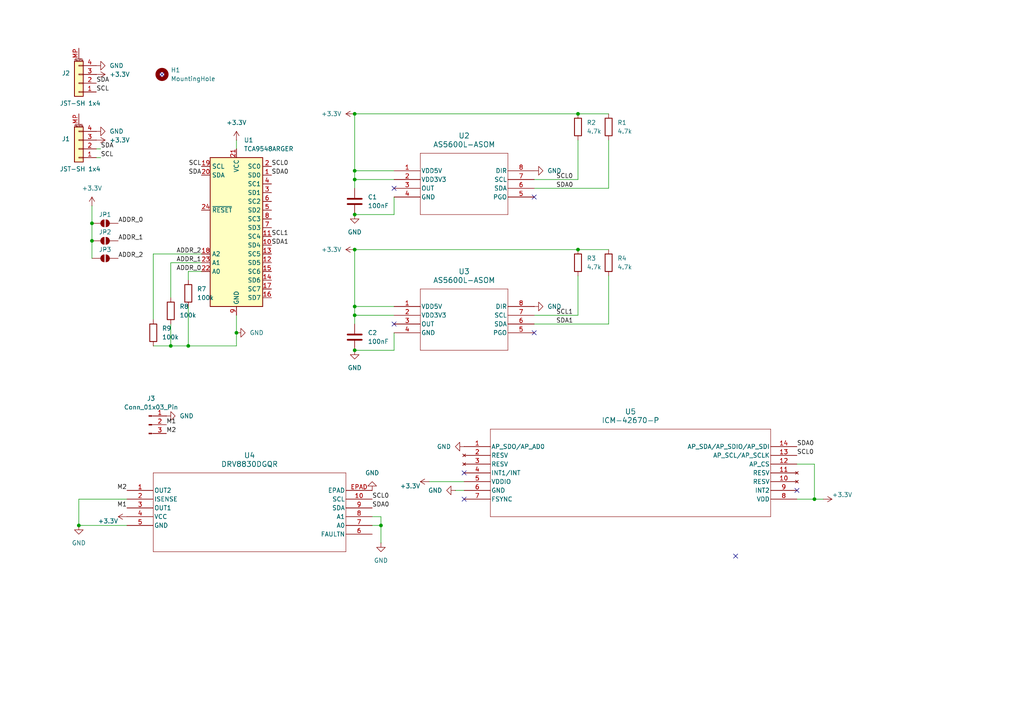
<source format=kicad_sch>
(kicad_sch (version 20250114) (generator "eeschema") (generator_version "9.0")
  (paper "A4")
  (lib_symbols
    (symbol "Connector:Conn_01x03_Pin" (pin_names (offset 1.016) (hide yes))
      (property "Reference" "J" (at 0 5.08 0))
      (property "Value" "Conn_01x03_Pin" (at 0 -5.08 0))
      (symbol "Conn_01x03_Pin_1_1"
        (rectangle (start 0.8636 2.667) (end 0 2.413) (stroke (width 0.1524)) (fill (type outline)))
        (rectangle (start 0.8636 0.127) (end 0 -0.127) (stroke (width 0.1524)) (fill (type outline)))
        (rectangle (start 0.8636 -2.413) (end 0 -2.667) (stroke (width 0.1524)) (fill (type outline)))
        (polyline (pts (xy 1.27 2.54) (xy 0.8636 2.54)) (stroke (width 0.1524)))
        (polyline (pts (xy 1.27 0) (xy 0.8636 0)) (stroke (width 0.1524)))
        (polyline (pts (xy 1.27 -2.54) (xy 0.8636 -2.54)) (stroke (width 0.1524)))
        (pin passive line (at 5.08 2.54 180) (length 3.81) (name "Pin_1") (number "1"))
        (pin passive line (at 5.08 0 180) (length 3.81) (name "Pin_2") (number "2"))
        (pin passive line (at 5.08 -2.54 180) (length 3.81) (name "Pin_3") (number "3"))
      )
    )
    (symbol "Connector_Generic_MountingPin:Conn_01x04_MountingPin" (pin_names (offset 1.016) (hide yes))
      (property "Reference" "J" (at 0 5.08 0))
      (property "Value" "Conn_01x04_MountingPin" (at 1.27 -7.62 0))
      (symbol "Conn_01x04_MountingPin_1_1"
        (rectangle (start -1.27 3.81) (end 1.27 -6.35) (stroke (width 0.254)) (fill (type background)))
        (rectangle (start -1.27 2.667) (end 0 2.413) (stroke (width 0.1524)))
        (rectangle (start -1.27 0.127) (end 0 -0.127) (stroke (width 0.1524)))
        (rectangle (start -1.27 -2.413) (end 0 -2.667) (stroke (width 0.1524)))
        (rectangle (start -1.27 -4.953) (end 0 -5.207) (stroke (width 0.1524)))
        (polyline (pts (xy -1.016 -7.112) (xy 1.016 -7.112)) (stroke (width 0.1524)))
        (text "Mounting" (at 0 -6.731 0) (effects (font (size 0.381 0.381))))
        (pin passive line (at -5.08 2.54 0) (length 3.81) (name "Pin_1") (number "1"))
        (pin passive line (at -5.08 0 0) (length 3.81) (name "Pin_2") (number "2"))
        (pin passive line (at -5.08 -2.54 0) (length 3.81) (name "Pin_3") (number "3"))
        (pin passive line (at -5.08 -5.08 0) (length 3.81) (name "Pin_4") (number "4"))
        (pin passive line (at 0 -10.16 90) (length 3.048) (name "MountPin") (number "MP"))
      )
    )
    (symbol "Device:C" (pin_numbers (hide yes)) (pin_names (offset 0.254))
      (property "Reference" "C" (at 0.635 2.54 0))
      (property "Value" "C" (at 0.635 -2.54 0))
      (symbol "C_0_1"
        (polyline (pts (xy -2.032 0.762) (xy 2.032 0.762)) (stroke (width 0.508)))
        (polyline (pts (xy -2.032 -0.762) (xy 2.032 -0.762)) (stroke (width 0.508)))
      )
      (symbol "C_1_1"
        (pin passive line (at 0 3.81 270) (length 2.794) (name "~") (number "1"))
        (pin passive line (at 0 -3.81 90) (length 2.794) (name "~") (number "2"))
      )
    )
    (symbol "Device:R" (pin_numbers (hide yes)) (pin_names (offset 0))
      (property "Reference" "R" (at 2.032 0 90))
      (property "Value" "R" (at 0 0 90))
      (symbol "R_0_1"
        (rectangle (start -1.016 -2.54) (end 1.016 2.54) (stroke (width 0.254)))
      )
      (symbol "R_1_1"
        (pin passive line (at 0 3.81 270) (length 1.27) (name "~") (number "1"))
        (pin passive line (at 0 -3.81 90) (length 1.27) (name "~") (number "2"))
      )
    )
    (symbol "Interface_Expansion:TCA9548ARGER"
      (property "Reference" "U" (at -7.62 21.59 0))
      (property "Value" "TCA9548ARGER" (at 1.016 21.59 0))
      (symbol "TCA9548ARGER_0_1"
        (rectangle (start -7.62 20.32) (end 7.62 -22.86) (stroke (width 0.254)) (fill (type background)))
      )
      (symbol "TCA9548ARGER_1_1"
        (pin input line (at -10.16 17.78 0) (length 2.54) (name "SCL") (number "19"))
        (pin bidirectional line (at -10.16 15.24 0) (length 2.54) (name "SDA") (number "20"))
        (pin input line (at -10.16 5.08 0) (length 2.54) (name "~{RESET}") (number "24"))
        (pin input line (at -10.16 -7.62 0) (length 2.54) (name "A2") (number "18"))
        (pin input line (at -10.16 -10.16 0) (length 2.54) (name "A1") (number "23"))
        (pin input line (at -10.16 -12.7 0) (length 2.54) (name "A0") (number "22"))
        (pin no_connect line (at -7.62 -15.24 0) (length 2.54) (hide yes) (name "1EP") (number "25"))
        (pin power_in line (at 0 22.86 270) (length 2.54) (name "VCC") (number "21"))
        (pin power_in line (at 0 -25.4 90) (length 2.54) (name "GND") (number "9"))
        (pin output line (at 10.16 17.78 180) (length 2.54) (name "SC0") (number "2"))
        (pin bidirectional line (at 10.16 15.24 180) (length 2.54) (name "SD0") (number "1"))
        (pin output line (at 10.16 12.7 180) (length 2.54) (name "SC1") (number "4"))
        (pin bidirectional line (at 10.16 10.16 180) (length 2.54) (name "SD1") (number "3"))
        (pin output line (at 10.16 7.62 180) (length 2.54) (name "SC2") (number "6"))
        (pin bidirectional line (at 10.16 5.08 180) (length 2.54) (name "SD2") (number "5"))
        (pin output line (at 10.16 2.54 180) (length 2.54) (name "SC3") (number "8"))
        (pin bidirectional line (at 10.16 0 180) (length 2.54) (name "SD3") (number "7"))
        (pin output line (at 10.16 -2.54 180) (length 2.54) (name "SC4") (number "11"))
        (pin bidirectional line (at 10.16 -5.08 180) (length 2.54) (name "SD4") (number "10"))
        (pin output line (at 10.16 -7.62 180) (length 2.54) (name "SC5") (number "13"))
        (pin bidirectional line (at 10.16 -10.16 180) (length 2.54) (name "SD5") (number "12"))
        (pin output line (at 10.16 -12.7 180) (length 2.54) (name "SC6") (number "15"))
        (pin bidirectional line (at 10.16 -15.24 180) (length 2.54) (name "SD6") (number "14"))
        (pin output line (at 10.16 -17.78 180) (length 2.54) (name "SC7") (number "17"))
        (pin bidirectional line (at 10.16 -20.32 180) (length 2.54) (name "SD7") (number "16"))
      )
    )
    (symbol "Jumper:SolderJumper_2_Open" (pin_numbers (hide yes)) (pin_names (offset 0) (hide yes)) (in_bom no)
      (property "Reference" "JP" (at 0 2.032 0))
      (property "Value" "SolderJumper_2_Open" (at 0 -2.54 0))
      (symbol "SolderJumper_2_Open_0_1"
        (polyline (pts (xy -0.254 1.016) (xy -0.254 -1.016)))
        (arc (start -0.254 -1.016) (mid -1.2656 0) (end -0.254 1.016))
        (arc (start -0.254 -1.016) (mid -1.2656 0) (end -0.254 1.016) (fill (type outline)))
        (arc (start 0.254 1.016) (mid 1.2656 0) (end 0.254 -1.016))
        (arc (start 0.254 1.016) (mid 1.2656 0) (end 0.254 -1.016) (fill (type outline)))
        (polyline (pts (xy 0.254 1.016) (xy 0.254 -1.016)))
      )
      (symbol "SolderJumper_2_Open_1_1"
        (pin passive line (at -3.81 0 0) (length 2.54) (name "A") (number "1"))
        (pin passive line (at 3.81 0 180) (length 2.54) (name "B") (number "2"))
      )
    )
    (symbol "Mechanical:MountingHole" (pin_names (offset 1.016)) (in_bom no)
      (property "Reference" "H" (at 0 5.08 0))
      (property "Value" "MountingHole" (at 0 3.175 0))
      (symbol "MountingHole_0_1"
        (circle (center 0 0) (radius 1.27) (stroke (width 1.27)))
      )
    )
    (symbol "as5600:AS5600L-ASOM" (pin_names (offset 0.254))
      (property "Reference" "U" (at 20.32 10.16 0))
      (property "Value" "AS5600L-ASOM" (at 20.32 7.62 0))
      (symbol "AS5600L-ASOM_0_1"
        (polyline (pts (xy 7.62 5.08) (xy 7.62 -12.7)) (stroke (width 0.127)))
        (polyline (pts (xy 7.62 -12.7) (xy 33.02 -12.7)) (stroke (width 0.127)))
        (polyline (pts (xy 33.02 5.08) (xy 7.62 5.08)) (stroke (width 0.127)))
        (polyline (pts (xy 33.02 -12.7) (xy 33.02 5.08)) (stroke (width 0.127)))
        (pin unspecified line (at 0 0 0) (length 7.62) (name "VDD5V") (number "1"))
        (pin unspecified line (at 0 -2.54 0) (length 7.62) (name "VDD3V3") (number "2"))
        (pin unspecified line (at 0 -5.08 0) (length 7.62) (name "OUT") (number "3"))
        (pin unspecified line (at 0 -7.62 0) (length 7.62) (name "GND") (number "4"))
        (pin unspecified line (at 40.64 0 180) (length 7.62) (name "DIR") (number "8"))
        (pin unspecified line (at 40.64 -2.54 180) (length 7.62) (name "SCL") (number "7"))
        (pin unspecified line (at 40.64 -5.08 180) (length 7.62) (name "SDA") (number "6"))
        (pin unspecified line (at 40.64 -7.62 180) (length 7.62) (name "PGO") (number "5"))
      )
    )
    (symbol "drv8830:DRV8830DGQR" (pin_names (offset 0.254))
      (property "Reference" "U" (at 35.56 10.16 0))
      (property "Value" "DRV8830DGQR" (at 35.56 7.62 0))
      (symbol "DRV8830DGQR_0_1"
        (polyline (pts (xy 7.62 5.08) (xy 7.62 -17.78)) (stroke (width 0.127)))
        (polyline (pts (xy 7.62 -17.78) (xy 63.5 -17.78)) (stroke (width 0.127)))
        (polyline (pts (xy 63.5 5.08) (xy 7.62 5.08)) (stroke (width 0.127)))
        (polyline (pts (xy 63.5 -17.78) (xy 63.5 5.08)) (stroke (width 0.127)))
        (pin output line (at 0 0 0) (length 7.62) (name "OUT2") (number "1"))
        (pin bidirectional line (at 0 -2.54 0) (length 7.62) (name "ISENSE") (number "2"))
        (pin output line (at 0 -5.08 0) (length 7.62) (name "OUT1") (number "3"))
        (pin power_in line (at 0 -7.62 0) (length 7.62) (name "VCC") (number "4"))
        (pin power_in line (at 0 -10.16 0) (length 7.62) (name "GND") (number "5"))
        (pin unspecified line (at 71.12 0 180) (length 7.62) (name "EPAD") (number "EPAD"))
        (pin input line (at 71.12 -2.54 180) (length 7.62) (name "SCL") (number "10"))
        (pin bidirectional line (at 71.12 -5.08 180) (length 7.62) (name "SDA") (number "9"))
        (pin input line (at 71.12 -7.62 180) (length 7.62) (name "A1") (number "8"))
        (pin input line (at 71.12 -10.16 180) (length 7.62) (name "A0") (number "7"))
        (pin output line (at 71.12 -12.7 180) (length 7.62) (name "FAULTN") (number "6"))
      )
    )
    (symbol "icm42670:ICM-42670-P" (pin_names (offset 0.254))
      (property "Reference" "U" (at 48.26 10.16 0))
      (property "Value" "ICM-42670-P" (at 48.26 7.62 0))
      (symbol "ICM-42670-P_0_1"
        (polyline (pts (xy 7.62 5.08) (xy 7.62 -20.32)) (stroke (width 0.127)))
        (polyline (pts (xy 7.62 -20.32) (xy 88.9 -20.32)) (stroke (width 0.127)))
        (polyline (pts (xy 88.9 5.08) (xy 7.62 5.08)) (stroke (width 0.127)))
        (polyline (pts (xy 88.9 -20.32) (xy 88.9 5.08)) (stroke (width 0.127)))
        (pin bidirectional line (at 0 0 0) (length 7.62) (name "AP_SDO/AP_AD0") (number "1"))
        (pin no_connect line (at 0 -2.54 0) (length 7.62) (name "RESV") (number "2"))
        (pin no_connect line (at 0 -5.08 0) (length 7.62) (name "RESV") (number "3"))
        (pin output line (at 0 -7.62 0) (length 7.62) (name "INT1/INT") (number "4"))
        (pin power_in line (at 0 -10.16 0) (length 7.62) (name "VDDIO") (number "5"))
        (pin power_out line (at 0 -12.7 0) (length 7.62) (name "GND") (number "6"))
        (pin input line (at 0 -15.24 0) (length 7.62) (name "FSYNC") (number "7"))
        (pin bidirectional line (at 96.52 0 180) (length 7.62) (name "AP_SDA/AP_SDIO/AP_SDI") (number "14"))
        (pin bidirectional line (at 96.52 -2.54 180) (length 7.62) (name "AP_SCL/AP_SCLK") (number "13"))
        (pin input line (at 96.52 -5.08 180) (length 7.62) (name "AP_CS") (number "12"))
        (pin no_connect line (at 96.52 -7.62 180) (length 7.62) (name "RESV") (number "11"))
        (pin no_connect line (at 96.52 -10.16 180) (length 7.62) (name "RESV") (number "10"))
        (pin output line (at 96.52 -12.7 180) (length 7.62) (name "INT2") (number "9"))
        (pin power_in line (at 96.52 -15.24 180) (length 7.62) (name "VDD") (number "8"))
      )
    )
    (symbol "power:+3.3V" (power) (pin_numbers (hide yes)) (pin_names (offset 0) (hide yes))
      (property "Value" "+3.3V" (at 0 3.556 0))
      (symbol "+3.3V_0_1"
        (polyline (pts (xy -0.762 1.27) (xy 0 2.54)))
        (polyline (pts (xy 0 2.54) (xy 0.762 1.27)))
        (polyline (pts (xy 0 0) (xy 0 2.54)))
      )
      (symbol "+3.3V_1_1"
        (pin power_in line (at 0 0 90) (length 0) (name "~") (number "1"))
      )
    )
    (symbol "power:GND" (power) (pin_numbers (hide yes)) (pin_names (offset 0) (hide yes))
      (property "Value" "GND" (at 0 -3.81 0))
      (symbol "GND_0_1"
        (polyline (pts (xy 0 0) (xy 0 -1.27) (xy 1.27 -1.27) (xy 0 -2.54) (xy -1.27 -1.27) (xy 0 -1.27)))
      )
      (symbol "GND_1_1"
        (pin power_in line (at 0 0 270) (length 0) (name "~") (number "1"))
      )
    )
  )
  (junction (at 102.87 101.6))
  (junction (at 68.58 96.52))
  (junction (at 102.87 52.07))
  (junction (at 102.87 88.9))
  (junction (at 236.22 144.78))
  (junction (at 110.49 152.4))
  (junction (at 167.64 72.39))
  (junction (at 102.87 49.53))
  (junction (at 102.87 72.39))
  (junction (at 22.86 152.4))
  (junction (at 49.53 100.33))
  (junction (at 26.67 64.77))
  (junction (at 102.87 91.44))
  (junction (at 26.67 69.85))
  (junction (at 102.87 33.02))
  (junction (at 167.64 33.02))
  (junction (at 102.87 62.23))
  (junction (at 54.61 100.33))
  (no_connect (at 114.3 93.98))
  (no_connect (at 213.36 161.29))
  (no_connect (at 134.62 137.16))
  (no_connect (at 231.14 142.24))
  (no_connect (at 46.99 21.59))
  (no_connect (at 154.94 57.15))
  (no_connect (at 134.62 144.78))
  (no_connect (at 114.3 54.61))
  (no_connect (at 154.94 96.52))
  (wire (pts (xy 167.64 80.01) (xy 167.64 91.44)))
  (wire (pts (xy 114.3 101.6) (xy 102.87 101.6)))
  (wire (pts (xy 176.53 40.64) (xy 176.53 54.61)))
  (wire (pts (xy 167.64 40.64) (xy 167.64 52.07)))
  (wire (pts (xy 44.45 100.33) (xy 49.53 100.33)))
  (wire (pts (xy 167.64 72.39) (xy 176.53 72.39)))
  (wire (pts (xy 68.58 100.33) (xy 68.58 96.52)))
  (wire (pts (xy 102.87 52.07) (xy 102.87 54.61)))
  (wire (pts (xy 102.87 33.02) (xy 102.87 49.53)))
  (wire (pts (xy 102.87 49.53) (xy 114.3 49.53)))
  (wire (pts (xy 54.61 78.74) (xy 54.61 81.28)))
  (wire (pts (xy 110.49 152.4) (xy 110.49 157.48)))
  (wire (pts (xy 29.21 45.72) (xy 27.94 45.72)))
  (wire (pts (xy 154.94 52.07) (xy 167.64 52.07)))
  (wire (pts (xy 236.22 144.78) (xy 236.22 134.62)))
  (wire (pts (xy 68.58 40.64) (xy 68.58 43.18)))
  (wire (pts (xy 26.67 69.85) (xy 26.67 74.93)))
  (wire (pts (xy 154.94 54.61) (xy 176.53 54.61)))
  (wire (pts (xy 124.46 139.7) (xy 134.62 139.7)))
  (wire (pts (xy 44.45 73.66) (xy 44.45 92.71)))
  (wire (pts (xy 102.87 88.9) (xy 102.87 91.44)))
  (wire (pts (xy 231.14 144.78) (xy 236.22 144.78)))
  (wire (pts (xy 102.87 52.07) (xy 114.3 52.07)))
  (wire (pts (xy 167.64 33.02) (xy 176.53 33.02)))
  (wire (pts (xy 102.87 72.39) (xy 167.64 72.39)))
  (wire (pts (xy 102.87 91.44) (xy 102.87 93.98)))
  (wire (pts (xy 102.87 72.39) (xy 102.87 88.9)))
  (wire (pts (xy 26.67 59.69) (xy 26.67 64.77)))
  (wire (pts (xy 49.53 100.33) (xy 54.61 100.33)))
  (wire (pts (xy 22.86 144.78) (xy 36.83 144.78)))
  (wire (pts (xy 54.61 100.33) (xy 68.58 100.33)))
  (wire (pts (xy 176.53 80.01) (xy 176.53 93.98)))
  (wire (pts (xy 114.3 62.23) (xy 102.87 62.23)))
  (wire (pts (xy 107.95 149.86) (xy 110.49 149.86)))
  (wire (pts (xy 107.95 152.4) (xy 110.49 152.4)))
  (wire (pts (xy 154.94 91.44) (xy 167.64 91.44)))
  (wire (pts (xy 58.42 76.2) (xy 49.53 76.2)))
  (wire (pts (xy 110.49 149.86) (xy 110.49 152.4)))
  (wire (pts (xy 114.3 96.52) (xy 114.3 101.6)))
  (wire (pts (xy 58.42 78.74) (xy 54.61 78.74)))
  (wire (pts (xy 154.94 93.98) (xy 176.53 93.98)))
  (wire (pts (xy 102.87 88.9) (xy 114.3 88.9)))
  (wire (pts (xy 236.22 134.62) (xy 231.14 134.62)))
  (wire (pts (xy 102.87 49.53) (xy 102.87 52.07)))
  (wire (pts (xy 68.58 91.44) (xy 68.58 96.52)))
  (wire (pts (xy 54.61 88.9) (xy 54.61 100.33)))
  (wire (pts (xy 22.86 144.78) (xy 22.86 152.4)))
  (wire (pts (xy 58.42 73.66) (xy 44.45 73.66)))
  (wire (pts (xy 49.53 76.2) (xy 49.53 86.36)))
  (wire (pts (xy 132.08 142.24) (xy 134.62 142.24)))
  (wire (pts (xy 26.67 64.77) (xy 26.67 69.85)))
  (wire (pts (xy 102.87 91.44) (xy 114.3 91.44)))
  (wire (pts (xy 236.22 144.78) (xy 238.76 144.78)))
  (wire (pts (xy 29.21 43.18) (xy 27.94 43.18)))
  (wire (pts (xy 49.53 93.98) (xy 49.53 100.33)))
  (wire (pts (xy 114.3 57.15) (xy 114.3 62.23)))
  (wire (pts (xy 102.87 33.02) (xy 167.64 33.02)))
  (wire (pts (xy 22.86 152.4) (xy 36.83 152.4)))
  (label "M2" (at 36.83 142.24 180))
  (label "SCL" (at 27.94 26.67 0))
  (label "SCL" (at 58.42 48.26 180))
  (label "ADDR_2" (at 34.29 74.93 0))
  (label "M2" (at 48.26 125.73 0))
  (label "SCL0" (at 231.14 132.08 0))
  (label "SDA0" (at 231.14 129.54 0))
  (label "M1" (at 48.26 123.19 0))
  (label "SDA" (at 58.42 50.8 180))
  (label "ADDR_2" (at 58.42 73.66 180))
  (label "SCL0" (at 78.74 48.26 0))
  (label "SDA0" (at 161.29 54.61 0))
  (label "SDA" (at 27.94 24.13 0))
  (label "SDA" (at 29.21 43.18 0))
  (label "SCL" (at 29.21 45.72 0))
  (label "ADDR_1" (at 58.42 76.2 180))
  (label "SDA0" (at 107.95 147.32 0))
  (label "SDA0" (at 78.74 50.8 0))
  (label "SDA1" (at 78.74 71.12 0))
  (label "ADDR_1" (at 34.29 69.85 0))
  (label "ADDR_0" (at 58.42 78.74 180))
  (label "SCL1" (at 161.29 91.44 0))
  (label "SCL1" (at 78.74 68.58 0))
  (label "SDA1" (at 161.29 93.98 0))
  (label "SCL0" (at 161.29 52.07 0))
  (label "ADDR_0" (at 34.29 64.77 0))
  (label "SCL0" (at 107.95 144.78 0))
  (label "M1" (at 36.83 147.32 180))
  (symbol (lib_id "Jumper:SolderJumper_2_Open") (at 30.48 74.93 0) (unit 1) (in_bom no)
    (property "Reference" "JP3" (at 30.48 72.39 0))
    (property "Value" "~" (at 30.48 72.39 0))
    (property "Footprint" "Jumper:SolderJumper-2_P1.3mm_Open_TrianglePad1.0x1.5mm" (effects (hide yes)))
    (property "Description" "Solder Jumper, 2-pole, open" (effects (hide yes)))
  )
  (symbol (lib_id "power:GND") (at 68.58 96.52 90) (unit 1)
    (property "Reference" "#PWR04" (effects (hide yes)))
    (property "Value" "GND" (at 72.39 96.5199 90) (effects (justify right)))
    (property "Description" "Power symbol creates a global label with name \"GND\" , ground" (effects (hide yes)))
  )
  (symbol (lib_id "power:+3.3V") (at 102.87 72.39 90) (unit 1)
    (property "Reference" "#PWR08" (effects (hide yes)))
    (property "Value" "+3.3V" (at 99.06 72.3899 90) (effects (justify left)))
    (property "Description" "Power symbol creates a global label with name \"+3.3V\"" (effects (hide yes)))
  )
  (symbol (lib_id "power:+3.3V") (at 124.46 139.7 90) (unit 1) (on_board no)
    (property "Reference" "#PWR020" (effects (hide yes)))
    (property "Value" "+3.3V" (at 121.92 140.97 90) (effects (justify left)))
    (property "Description" "Power symbol creates a global label with name \"+3.3V\"" (effects (hide yes)))
  )
  (symbol (lib_id "power:+3.3V") (at 238.76 144.78 270) (unit 1) (on_board no)
    (property "Reference" "#PWR021" (effects (hide yes)))
    (property "Value" "+3.3V" (at 241.3 143.51 90) (effects (justify left)))
    (property "Description" "Power symbol creates a global label with name \"+3.3V\"" (effects (hide yes)))
  )
  (symbol (lib_id "power:GND") (at 107.95 142.24 180) (unit 1)
    (property "Reference" "#PWR016" (effects (hide yes)))
    (property "Value" "GND" (at 107.95 137.16 0))
    (property "Description" "Power symbol creates a global label with name \"GND\" , ground" (effects (hide yes)))
  )
  (symbol (lib_id "as5600:AS5600L-ASOM") (at 114.3 49.53 0) (unit 1)
    (property "Reference" "U2" (at 134.62 39.37 0) (effects (font (size 1.524 1.524))))
    (property "Value" "AS5600L-ASOM" (at 134.62 41.91 0) (effects (font (size 1.524 1.524))))
    (property "Footprint" "footprints:AS5600L-ASOM_AMS" (effects (hide yes)))
    (property "Datasheet" "AS5600L-ASOM" (effects (hide yes)))
  )
  (symbol (lib_id "Jumper:SolderJumper_2_Open") (at 30.48 64.77 180) (unit 1) (in_bom no)
    (property "Reference" "JP1" (at 30.48 62.23 0))
    (property "Value" "~" (at 30.48 62.23 0))
    (property "Footprint" "Jumper:SolderJumper-2_P1.3mm_Open_TrianglePad1.0x1.5mm" (effects (hide yes)))
    (property "Description" "Solder Jumper, 2-pole, open" (effects (hide yes)))
  )
  (symbol (lib_id "power:GND") (at 110.49 157.48 0) (unit 1)
    (property "Reference" "#PWR015" (effects (hide yes)))
    (property "Value" "GND" (at 110.49 162.56 0))
    (property "Description" "Power symbol creates a global label with name \"GND\" , ground" (effects (hide yes)))
  )
  (symbol (lib_id "Mechanical:MountingHole") (at 46.99 21.59 0) (unit 1) (in_bom no)
    (property "Reference" "H1" (at 49.53 20.3199 0) (effects (justify left)))
    (property "Value" "MountingHole" (at 49.53 22.8599 0) (effects (justify left)))
    (property "Footprint" "MountingHole:MountingHole_2.2mm_M2_ISO14580_Pad" (effects (hide yes)))
    (property "Description" "Mounting Hole without connection" (effects (hide yes)))
  )
  (symbol (lib_id "Device:R") (at 49.53 90.17 0) (unit 1)
    (property "Reference" "R8" (at 52.07 88.8999 0) (effects (justify left)))
    (property "Value" "100k" (at 52.07 91.4399 0) (effects (justify left)))
    (property "Footprint" "Resistor_SMD:R_0603_1608Metric" (effects (hide yes)))
    (property "Description" "Resistor" (effects (hide yes)))
  )
  (symbol (lib_id "Device:C") (at 102.87 58.42 0) (unit 1)
    (property "Reference" "C1" (at 106.68 57.1499 0) (effects (justify left)))
    (property "Value" "100nF" (at 106.68 59.6899 0) (effects (justify left)))
    (property "Footprint" "Capacitor_SMD:C_0603_1608Metric" (effects (hide yes)))
    (property "Description" "Unpolarized capacitor" (effects (hide yes)))
  )
  (symbol (lib_id "Connector:Conn_01x03_Pin") (at 43.18 123.19 0) (unit 1)
    (property "Reference" "J3" (at 43.815 115.57 0))
    (property "Value" "Conn_01x03_Pin" (at 43.815 118.11 0))
    (property "Footprint" "Connector_PinSocket_2.00mm:PinSocket_1x03_P2.00mm_Vertical" (effects (hide yes)))
    (property "Description" "Generic connector, single row, 01x03, script generated" (effects (hide yes)))
  )
  (symbol (lib_id "icm42670:ICM-42670-P") (at 134.62 129.54 0) (unit 1) (on_board no)
    (property "Reference" "U5" (at 182.88 119.38 0) (effects (font (size 1.524 1.524))))
    (property "Value" "ICM-42670-P" (at 182.88 121.92 0) (effects (font (size 1.524 1.524))))
    (property "Footprint" "ICM42670:LGA14_2.5X3X0.76_IVS" (effects (hide yes)))
    (property "Datasheet" "ICM-42670-P" (effects (hide yes)))
  )
  (symbol (lib_id "Device:R") (at 54.61 85.09 0) (unit 1)
    (property "Reference" "R7" (at 57.15 83.8199 0) (effects (justify left)))
    (property "Value" "100k" (at 57.15 86.3599 0) (effects (justify left)))
    (property "Footprint" "Resistor_SMD:R_0603_1608Metric" (effects (hide yes)))
    (property "Description" "Resistor" (effects (hide yes)))
  )
  (symbol (lib_id "Connector_Generic_MountingPin:Conn_01x04_MountingPin") (at 22.86 43.18 180) (unit 1)
    (property "Reference" "J1" (at 20.32 40.2843 0) (effects (justify left)))
    (property "Value" "JST-SH 1x4" (at 29.21 49.022 0) (effects (justify left)))
    (property "Footprint" "Connector_JST:JST_SH_BM04B-SRSS-TB_1x04-1MP_P1.00mm_Vertical" (effects (hide yes)))
    (property "Description" "Generic connectable mounting pin connector, single row, 01x04, script generated (kicad-library-utils/schlib/autogen/connector/)" (effects (hide yes)))
  )
  (symbol (lib_id "power:GND") (at 27.94 38.1 90) (unit 1)
    (property "Reference" "#PWR03" (effects (hide yes)))
    (property "Value" "GND" (at 31.75 38.0999 90) (effects (justify right)))
    (property "Description" "Power symbol creates a global label with name \"GND\" , ground" (effects (hide yes)))
  )
  (symbol (lib_id "power:GND") (at 134.62 129.54 270) (unit 1) (on_board no)
    (property "Reference" "#PWR023" (effects (hide yes)))
    (property "Value" "GND" (at 130.81 129.5399 90) (effects (justify right)))
    (property "Description" "Power symbol creates a global label with name \"GND\" , ground" (effects (hide yes)))
  )
  (symbol (lib_id "as5600:AS5600L-ASOM") (at 114.3 88.9 0) (unit 1)
    (property "Reference" "U3" (at 134.62 78.74 0) (effects (font (size 1.524 1.524))))
    (property "Value" "AS5600L-ASOM" (at 134.62 81.28 0) (effects (font (size 1.524 1.524))))
    (property "Footprint" "footprints:AS5600L-ASOM_AMS" (effects (hide yes)))
    (property "Datasheet" "AS5600L-ASOM" (effects (hide yes)))
  )
  (symbol (lib_id "Device:R") (at 176.53 36.83 0) (unit 1)
    (property "Reference" "R1" (at 179.07 35.5599 0) (effects (justify left)))
    (property "Value" "4.7k" (at 179.07 38.0999 0) (effects (justify left)))
    (property "Footprint" "Resistor_SMD:R_0603_1608Metric" (effects (hide yes)))
    (property "Description" "Resistor" (effects (hide yes)))
  )
  (symbol (lib_id "power:GND") (at 102.87 62.23 0) (unit 1)
    (property "Reference" "#PWR01" (effects (hide yes)))
    (property "Value" "GND" (at 102.87 67.31 0))
    (property "Description" "Power symbol creates a global label with name \"GND\" , ground" (effects (hide yes)))
  )
  (symbol (lib_id "power:+3.3V") (at 27.94 21.59 270) (unit 1)
    (property "Reference" "#PWR010" (effects (hide yes)))
    (property "Value" "+3.3V" (at 31.75 21.5899 90) (effects (justify left)))
    (property "Description" "Power symbol creates a global label with name \"+3.3V\"" (effects (hide yes)))
  )
  (symbol (lib_id "power:GND") (at 22.86 152.4 0) (unit 1)
    (property "Reference" "#PWR014" (effects (hide yes)))
    (property "Value" "GND" (at 22.86 157.48 0))
    (property "Description" "Power symbol creates a global label with name \"GND\" , ground" (effects (hide yes)))
  )
  (symbol (lib_id "power:GND") (at 154.94 49.53 90) (unit 1)
    (property "Reference" "#PWR011" (effects (hide yes)))
    (property "Value" "GND" (at 158.75 49.5299 90) (effects (justify right)))
    (property "Description" "Power symbol creates a global label with name \"GND\" , ground" (effects (hide yes)))
  )
  (symbol (lib_id "power:GND") (at 132.08 142.24 270) (unit 1) (on_board no)
    (property "Reference" "#PWR022" (effects (hide yes)))
    (property "Value" "GND" (at 128.27 142.2399 90) (effects (justify right)))
    (property "Description" "Power symbol creates a global label with name \"GND\" , ground" (effects (hide yes)))
  )
  (symbol (lib_id "Jumper:SolderJumper_2_Open") (at 30.48 69.85 0) (unit 1) (in_bom no)
    (property "Reference" "JP2" (at 30.48 67.31 0))
    (property "Value" "~" (at 30.48 67.31 0))
    (property "Footprint" "Jumper:SolderJumper-2_P1.3mm_Open_TrianglePad1.0x1.5mm" (effects (hide yes)))
    (property "Description" "Solder Jumper, 2-pole, open" (effects (hide yes)))
  )
  (symbol (lib_id "power:GND") (at 154.94 88.9 90) (unit 1)
    (property "Reference" "#PWR012" (effects (hide yes)))
    (property "Value" "GND" (at 158.75 88.8999 90) (effects (justify right)))
    (property "Description" "Power symbol creates a global label with name \"GND\" , ground" (effects (hide yes)))
  )
  (symbol (lib_id "drv8830:DRV8830DGQR") (at 36.83 142.24 0) (unit 1)
    (property "Reference" "U4" (at 72.39 132.08 0) (effects (font (size 1.524 1.524))))
    (property "Value" "DRV8830DGQR" (at 72.39 134.62 0) (effects (font (size 1.524 1.524))))
    (property "Footprint" "DRV8830:DGQ10_2P18X1P72" (effects (hide yes)))
    (property "Datasheet" "DRV8830DGQR" (effects (hide yes)))
  )
  (symbol (lib_id "power:GND") (at 48.26 120.65 90) (unit 1)
    (property "Reference" "#PWR018" (effects (hide yes)))
    (property "Value" "GND" (at 52.07 120.6499 90) (effects (justify right)))
    (property "Description" "Power symbol creates a global label with name \"GND\" , ground" (effects (hide yes)))
  )
  (symbol (lib_id "Interface_Expansion:TCA9548ARGER") (at 68.58 66.04 0) (unit 1)
    (property "Reference" "U1" (at 70.7233 40.64 0) (effects (justify left)))
    (property "Value" "TCA9548ARGER" (at 70.7233 43.18 0) (effects (justify left)))
    (property "Footprint" "Package_DFN_QFN:Texas_RGE0024C_VQFN-24-1EP_4x4mm_P0.5mm_EP2.1x2.1mm" (effects (hide yes)))
    (property "Datasheet" "http://www.ti.com/lit/ds/symlink/tca9548a.pdf" (effects (hide yes)))
    (property "Description" "Low voltage 8-channel I2C switch with reset, QFN-24" (effects (hide yes)))
  )
  (symbol (lib_id "power:+3.3V") (at 36.83 149.86 90) (unit 1)
    (property "Reference" "#PWR017" (effects (hide yes)))
    (property "Value" "+3.3V" (at 34.29 151.13 90) (effects (justify left)))
    (property "Description" "Power symbol creates a global label with name \"+3.3V\"" (effects (hide yes)))
  )
  (symbol (lib_id "power:+3.3V") (at 27.94 40.64 270) (unit 1)
    (property "Reference" "#PWR013" (effects (hide yes)))
    (property "Value" "+3.3V" (at 31.75 40.6399 90) (effects (justify left)))
    (property "Description" "Power symbol creates a global label with name \"+3.3V\"" (effects (hide yes)))
  )
  (symbol (lib_id "Device:R") (at 167.64 36.83 0) (unit 1)
    (property "Reference" "R2" (at 170.18 35.5599 0) (effects (justify left)))
    (property "Value" "4.7k" (at 170.18 38.0999 0) (effects (justify left)))
    (property "Footprint" "Resistor_SMD:R_0603_1608Metric" (effects (hide yes)))
    (property "Description" "Resistor" (effects (hide yes)))
  )
  (symbol (lib_id "power:+3.3V") (at 26.67 59.69 0) (unit 1)
    (property "Reference" "#PWR07" (effects (hide yes)))
    (property "Value" "+3.3V" (at 26.67 54.61 0))
    (property "Description" "Power symbol creates a global label with name \"+3.3V\"" (effects (hide yes)))
  )
  (symbol (lib_id "Device:C") (at 102.87 97.79 0) (unit 1)
    (property "Reference" "C2" (at 106.68 96.5199 0) (effects (justify left)))
    (property "Value" "100nF" (at 106.68 99.0599 0) (effects (justify left)))
    (property "Footprint" "Capacitor_SMD:C_0603_1608Metric" (effects (hide yes)))
    (property "Description" "Unpolarized capacitor" (effects (hide yes)))
  )
  (symbol (lib_id "Device:R") (at 176.53 76.2 0) (unit 1)
    (property "Reference" "R4" (at 179.07 74.9299 0) (effects (justify left)))
    (property "Value" "4.7k" (at 179.07 77.4699 0) (effects (justify left)))
    (property "Footprint" "Resistor_SMD:R_0603_1608Metric" (effects (hide yes)))
    (property "Description" "Resistor" (effects (hide yes)))
  )
  (symbol (lib_id "Device:R") (at 44.45 96.52 0) (unit 1)
    (property "Reference" "R9" (at 46.99 95.2499 0) (effects (justify left)))
    (property "Value" "100k" (at 46.99 97.7899 0) (effects (justify left)))
    (property "Footprint" "Resistor_SMD:R_0603_1608Metric" (effects (hide yes)))
    (property "Description" "Resistor" (effects (hide yes)))
  )
  (symbol (lib_id "power:+3.3V") (at 102.87 33.02 90) (unit 1)
    (property "Reference" "#PWR05" (effects (hide yes)))
    (property "Value" "+3.3V" (at 99.06 33.0199 90) (effects (justify left)))
    (property "Description" "Power symbol creates a global label with name \"+3.3V\"" (effects (hide yes)))
  )
  (symbol (lib_id "power:GND") (at 27.94 19.05 90) (unit 1)
    (property "Reference" "#PWR09" (effects (hide yes)))
    (property "Value" "GND" (at 31.75 19.0499 90) (effects (justify right)))
    (property "Description" "Power symbol creates a global label with name \"GND\" , ground" (effects (hide yes)))
  )
  (symbol (lib_id "power:+3.3V") (at 68.58 40.64 0) (unit 1)
    (property "Reference" "#PWR06" (effects (hide yes)))
    (property "Value" "+3.3V" (at 68.58 35.56 0))
    (property "Description" "Power symbol creates a global label with name \"+3.3V\"" (effects (hide yes)))
  )
  (symbol (lib_id "Device:R") (at 167.64 76.2 0) (unit 1)
    (property "Reference" "R3" (at 170.18 74.9299 0) (effects (justify left)))
    (property "Value" "4.7k" (at 170.18 77.4699 0) (effects (justify left)))
    (property "Footprint" "Resistor_SMD:R_0603_1608Metric" (effects (hide yes)))
    (property "Description" "Resistor" (effects (hide yes)))
  )
  (symbol (lib_id "Connector_Generic_MountingPin:Conn_01x04_MountingPin") (at 22.86 24.13 180) (unit 1)
    (property "Reference" "J2" (at 20.32 21.2343 0) (effects (justify left)))
    (property "Value" "JST-SH 1x4" (at 29.21 29.972 0) (effects (justify left)))
    (property "Footprint" "Connector_JST:JST_SH_BM04B-SRSS-TB_1x04-1MP_P1.00mm_Vertical" (effects (hide yes)))
    (property "Description" "Generic connectable mounting pin connector, single row, 01x04, script generated (kicad-library-utils/schlib/autogen/connector/)" (effects (hide yes)))
  )
  (symbol (lib_id "power:GND") (at 102.87 101.6 0) (unit 1)
    (property "Reference" "#PWR02" (effects (hide yes)))
    (property "Value" "GND" (at 102.87 106.68 0))
    (property "Description" "Power symbol creates a global label with name \"GND\" , ground" (effects (hide yes)))
  )
)
</source>
